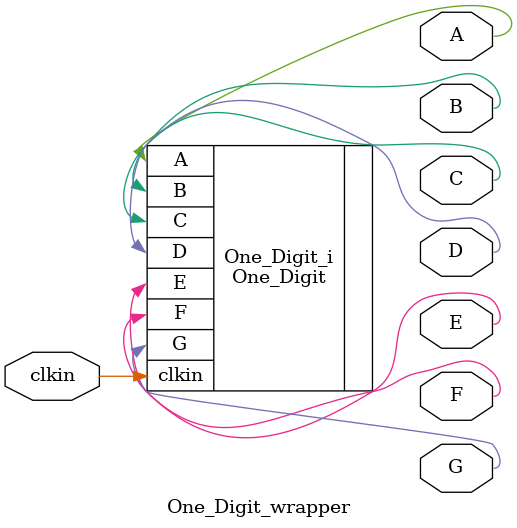
<source format=v>
`timescale 1 ps / 1 ps

module One_Digit_wrapper
   (A,
    B,
    C,
    D,
    E,
    F,
    G,
    clkin);
  output A;
  output B;
  output C;
  output D;
  output E;
  output F;
  output G;
  input clkin;

  wire A;
  wire B;
  wire C;
  wire D;
  wire E;
  wire F;
  wire G;
  wire clkin;

  One_Digit One_Digit_i
       (.A(A),
        .B(B),
        .C(C),
        .D(D),
        .E(E),
        .F(F),
        .G(G),
        .clkin(clkin));
endmodule

</source>
